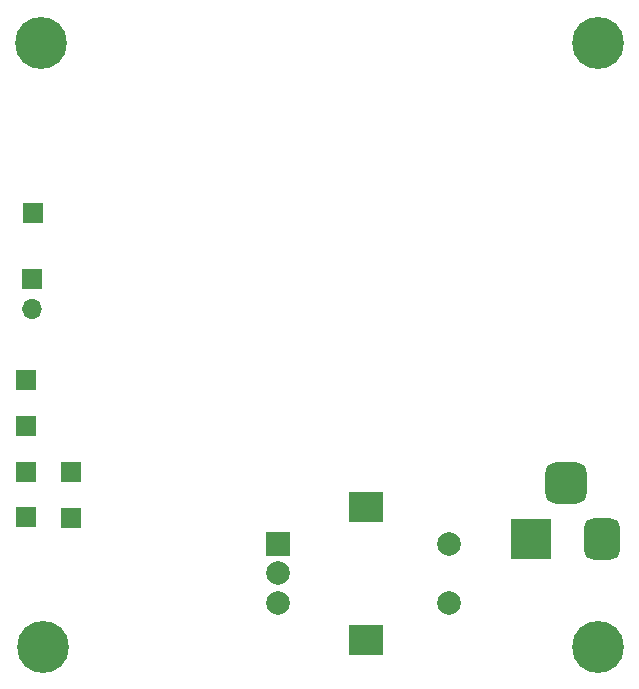
<source format=gbs>
G04 #@! TF.GenerationSoftware,KiCad,Pcbnew,(6.0.4)*
G04 #@! TF.CreationDate,2022-04-25T08:49:56+03:00*
G04 #@! TF.ProjectId,ReflowController-v1,5265666c-6f77-4436-9f6e-74726f6c6c65,rev?*
G04 #@! TF.SameCoordinates,Original*
G04 #@! TF.FileFunction,Soldermask,Bot*
G04 #@! TF.FilePolarity,Negative*
%FSLAX46Y46*%
G04 Gerber Fmt 4.6, Leading zero omitted, Abs format (unit mm)*
G04 Created by KiCad (PCBNEW (6.0.4)) date 2022-04-25 08:49:56*
%MOMM*%
%LPD*%
G01*
G04 APERTURE LIST*
G04 Aperture macros list*
%AMRoundRect*
0 Rectangle with rounded corners*
0 $1 Rounding radius*
0 $2 $3 $4 $5 $6 $7 $8 $9 X,Y pos of 4 corners*
0 Add a 4 corners polygon primitive as box body*
4,1,4,$2,$3,$4,$5,$6,$7,$8,$9,$2,$3,0*
0 Add four circle primitives for the rounded corners*
1,1,$1+$1,$2,$3*
1,1,$1+$1,$4,$5*
1,1,$1+$1,$6,$7*
1,1,$1+$1,$8,$9*
0 Add four rect primitives between the rounded corners*
20,1,$1+$1,$2,$3,$4,$5,0*
20,1,$1+$1,$4,$5,$6,$7,0*
20,1,$1+$1,$6,$7,$8,$9,0*
20,1,$1+$1,$8,$9,$2,$3,0*%
G04 Aperture macros list end*
%ADD10C,4.400000*%
%ADD11C,0.700000*%
%ADD12R,1.700000X1.700000*%
%ADD13R,3.500000X3.500000*%
%ADD14RoundRect,0.750000X0.750000X1.000000X-0.750000X1.000000X-0.750000X-1.000000X0.750000X-1.000000X0*%
%ADD15RoundRect,0.875000X0.875000X0.875000X-0.875000X0.875000X-0.875000X-0.875000X0.875000X-0.875000X0*%
%ADD16O,1.700000X1.700000*%
%ADD17R,2.000000X2.000000*%
%ADD18C,2.000000*%
%ADD19R,3.000000X2.500000*%
G04 APERTURE END LIST*
D10*
X153590000Y-73360000D03*
D11*
X153590000Y-75010000D03*
X151940000Y-73360000D03*
X155240000Y-73360000D03*
X154756726Y-74526726D03*
X153590000Y-71710000D03*
X152423274Y-74526726D03*
X154756726Y-72193274D03*
X152423274Y-72193274D03*
X106570000Y-122850000D03*
X108220000Y-124500000D03*
X105403274Y-125666726D03*
X107736726Y-125666726D03*
D10*
X106570000Y-124500000D03*
D11*
X105403274Y-123333274D03*
X107736726Y-123333274D03*
X104920000Y-124500000D03*
X106570000Y-126150000D03*
D12*
X108960000Y-109710000D03*
D13*
X147890000Y-115380000D03*
D14*
X153890000Y-115380000D03*
D15*
X150890000Y-110680000D03*
D12*
X105150000Y-101960000D03*
X105110000Y-109750000D03*
D10*
X153590000Y-124500000D03*
D11*
X152423274Y-123333274D03*
X154756726Y-123333274D03*
X153590000Y-122850000D03*
X152423274Y-125666726D03*
X155240000Y-124500000D03*
X153590000Y-126150000D03*
X151940000Y-124500000D03*
X154756726Y-125666726D03*
D10*
X106430000Y-73420000D03*
D11*
X106430000Y-75070000D03*
X104780000Y-73420000D03*
X108080000Y-73420000D03*
X107596726Y-74586726D03*
X106430000Y-71770000D03*
X105263274Y-74586726D03*
X107596726Y-72253274D03*
X105263274Y-72253274D03*
D12*
X105750000Y-87830000D03*
X108960000Y-113600000D03*
X105110000Y-105850000D03*
X105110000Y-113520000D03*
X105690000Y-93360000D03*
D16*
X105690000Y-95900000D03*
D17*
X126450000Y-115800000D03*
D18*
X126450000Y-120800000D03*
X126450000Y-118300000D03*
D19*
X133950000Y-112700000D03*
X133950000Y-123900000D03*
D18*
X140950000Y-115800000D03*
X140950000Y-120800000D03*
M02*

</source>
